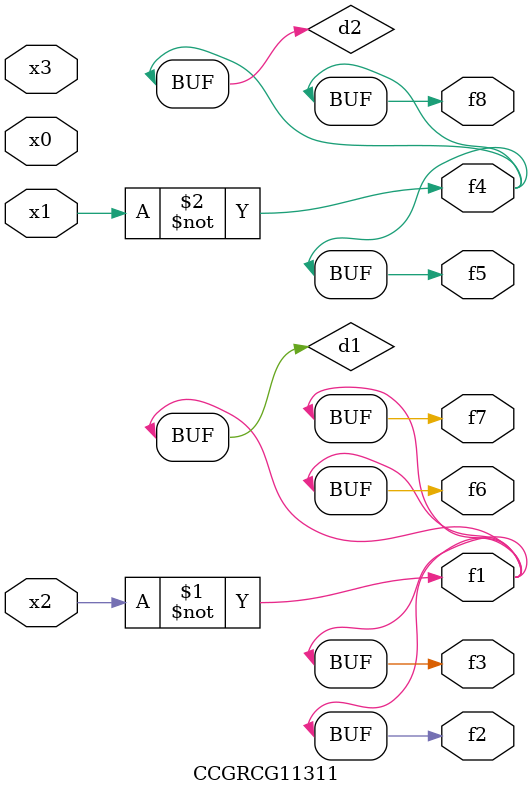
<source format=v>
module CCGRCG11311(
	input x0, x1, x2, x3,
	output f1, f2, f3, f4, f5, f6, f7, f8
);

	wire d1, d2;

	xnor (d1, x2);
	not (d2, x1);
	assign f1 = d1;
	assign f2 = d1;
	assign f3 = d1;
	assign f4 = d2;
	assign f5 = d2;
	assign f6 = d1;
	assign f7 = d1;
	assign f8 = d2;
endmodule

</source>
